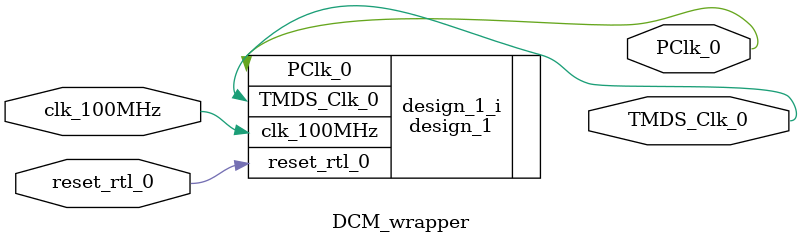
<source format=v>
`timescale 1 ps / 1 ps

module DCM_wrapper
   (PClk_0,
    TMDS_Clk_0,
    clk_100MHz,
    reset_rtl_0);
  output PClk_0;
  output TMDS_Clk_0;
  input clk_100MHz;
  input reset_rtl_0;

  wire PClk_0;
  wire TMDS_Clk_0;
  wire clk_100MHz;
  wire reset_rtl_0;

  design_1 design_1_i
       (.PClk_0(PClk_0),
        .TMDS_Clk_0(TMDS_Clk_0),
        .clk_100MHz(clk_100MHz),
        .reset_rtl_0(reset_rtl_0));
endmodule

</source>
